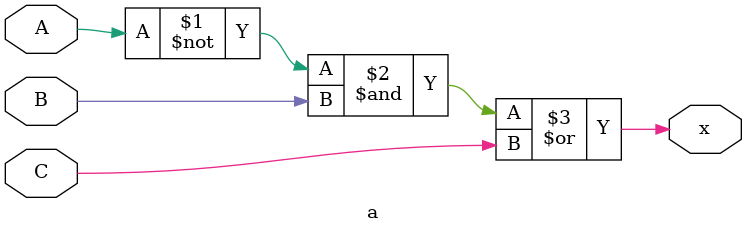
<source format=sv>
module a(
    input A,B,C,
    output x
);
assign x=~A&B|C;
endmodule
</source>
